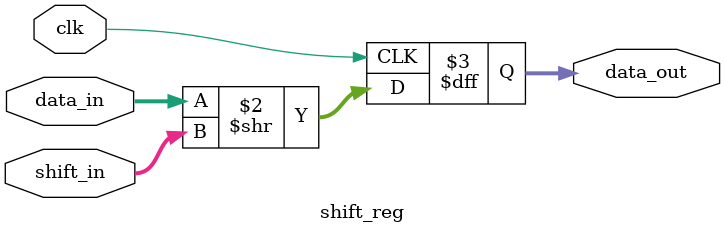
<source format=v>

module shift_reg(
  input clk,
  input [7:0] data_in,
  input [7:0] shift_in,
  output reg [7:0] data_out
);
  always @(posedge clk) begin
    data_out <= data_in >> shift_in;
  end
endmodule

</source>
